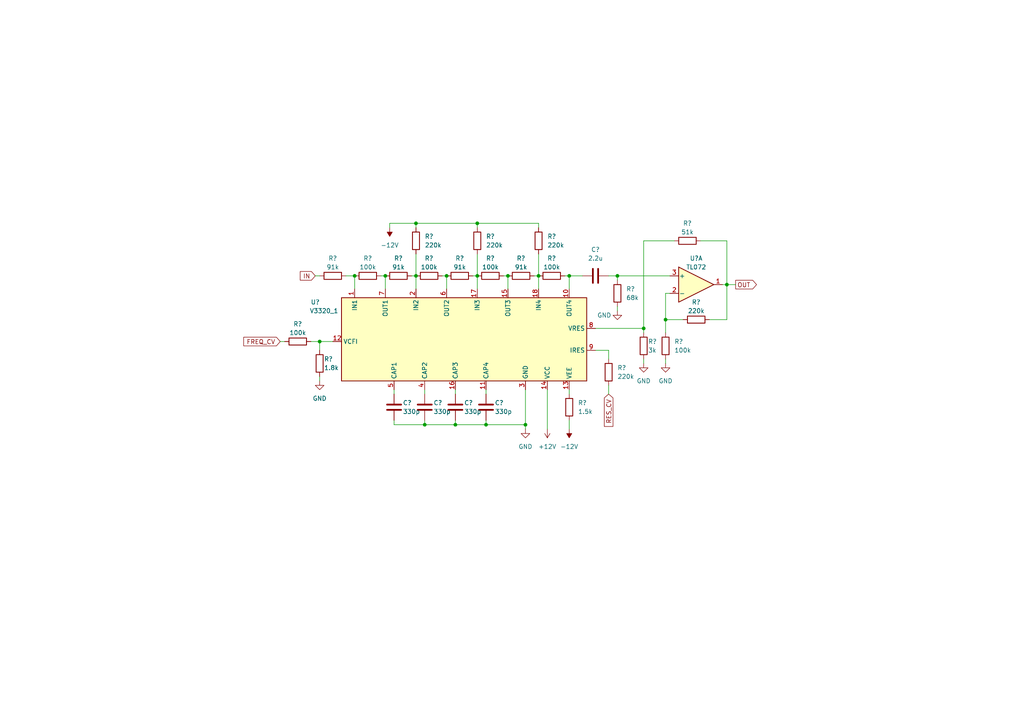
<source format=kicad_sch>
(kicad_sch (version 20211123) (generator eeschema)

  (uuid d881bdf2-1391-49ed-a27c-945d669cb988)

  (paper "A4")

  (title_block
    (title "3320LPF_Test1")
    (date "2022-09-25")
    (rev "Ver.1.0")
  )

  (lib_symbols
    (symbol "Amplifier_Operational:TL072" (pin_names (offset 0.127)) (in_bom yes) (on_board yes)
      (property "Reference" "U" (id 0) (at 0 5.08 0)
        (effects (font (size 1.27 1.27)) (justify left))
      )
      (property "Value" "TL072" (id 1) (at 0 -5.08 0)
        (effects (font (size 1.27 1.27)) (justify left))
      )
      (property "Footprint" "" (id 2) (at 0 0 0)
        (effects (font (size 1.27 1.27)) hide)
      )
      (property "Datasheet" "http://www.ti.com/lit/ds/symlink/tl071.pdf" (id 3) (at 0 0 0)
        (effects (font (size 1.27 1.27)) hide)
      )
      (property "ki_locked" "" (id 4) (at 0 0 0)
        (effects (font (size 1.27 1.27)))
      )
      (property "ki_keywords" "dual opamp" (id 5) (at 0 0 0)
        (effects (font (size 1.27 1.27)) hide)
      )
      (property "ki_description" "Dual Low-Noise JFET-Input Operational Amplifiers, DIP-8/SOIC-8" (id 6) (at 0 0 0)
        (effects (font (size 1.27 1.27)) hide)
      )
      (property "ki_fp_filters" "SOIC*3.9x4.9mm*P1.27mm* DIP*W7.62mm* TO*99* OnSemi*Micro8* TSSOP*3x3mm*P0.65mm* TSSOP*4.4x3mm*P0.65mm* MSOP*3x3mm*P0.65mm* SSOP*3.9x4.9mm*P0.635mm* LFCSP*2x2mm*P0.5mm* *SIP* SOIC*5.3x6.2mm*P1.27mm*" (id 7) (at 0 0 0)
        (effects (font (size 1.27 1.27)) hide)
      )
      (symbol "TL072_1_1"
        (polyline
          (pts
            (xy -5.08 5.08)
            (xy 5.08 0)
            (xy -5.08 -5.08)
            (xy -5.08 5.08)
          )
          (stroke (width 0.254) (type default) (color 0 0 0 0))
          (fill (type background))
        )
        (pin output line (at 7.62 0 180) (length 2.54)
          (name "~" (effects (font (size 1.27 1.27))))
          (number "1" (effects (font (size 1.27 1.27))))
        )
        (pin input line (at -7.62 -2.54 0) (length 2.54)
          (name "-" (effects (font (size 1.27 1.27))))
          (number "2" (effects (font (size 1.27 1.27))))
        )
        (pin input line (at -7.62 2.54 0) (length 2.54)
          (name "+" (effects (font (size 1.27 1.27))))
          (number "3" (effects (font (size 1.27 1.27))))
        )
      )
      (symbol "TL072_2_1"
        (polyline
          (pts
            (xy -5.08 5.08)
            (xy 5.08 0)
            (xy -5.08 -5.08)
            (xy -5.08 5.08)
          )
          (stroke (width 0.254) (type default) (color 0 0 0 0))
          (fill (type background))
        )
        (pin input line (at -7.62 2.54 0) (length 2.54)
          (name "+" (effects (font (size 1.27 1.27))))
          (number "5" (effects (font (size 1.27 1.27))))
        )
        (pin input line (at -7.62 -2.54 0) (length 2.54)
          (name "-" (effects (font (size 1.27 1.27))))
          (number "6" (effects (font (size 1.27 1.27))))
        )
        (pin output line (at 7.62 0 180) (length 2.54)
          (name "~" (effects (font (size 1.27 1.27))))
          (number "7" (effects (font (size 1.27 1.27))))
        )
      )
      (symbol "TL072_3_1"
        (pin power_in line (at -2.54 -7.62 90) (length 3.81)
          (name "V-" (effects (font (size 1.27 1.27))))
          (number "4" (effects (font (size 1.27 1.27))))
        )
        (pin power_in line (at -2.54 7.62 270) (length 3.81)
          (name "V+" (effects (font (size 1.27 1.27))))
          (number "8" (effects (font (size 1.27 1.27))))
        )
      )
    )
    (symbol "Device:C" (pin_numbers hide) (pin_names (offset 0.254)) (in_bom yes) (on_board yes)
      (property "Reference" "C" (id 0) (at 0.635 2.54 0)
        (effects (font (size 1.27 1.27)) (justify left))
      )
      (property "Value" "C" (id 1) (at 0.635 -2.54 0)
        (effects (font (size 1.27 1.27)) (justify left))
      )
      (property "Footprint" "" (id 2) (at 0.9652 -3.81 0)
        (effects (font (size 1.27 1.27)) hide)
      )
      (property "Datasheet" "~" (id 3) (at 0 0 0)
        (effects (font (size 1.27 1.27)) hide)
      )
      (property "ki_keywords" "cap capacitor" (id 4) (at 0 0 0)
        (effects (font (size 1.27 1.27)) hide)
      )
      (property "ki_description" "Unpolarized capacitor" (id 5) (at 0 0 0)
        (effects (font (size 1.27 1.27)) hide)
      )
      (property "ki_fp_filters" "C_*" (id 6) (at 0 0 0)
        (effects (font (size 1.27 1.27)) hide)
      )
      (symbol "C_0_1"
        (polyline
          (pts
            (xy -2.032 -0.762)
            (xy 2.032 -0.762)
          )
          (stroke (width 0.508) (type default) (color 0 0 0 0))
          (fill (type none))
        )
        (polyline
          (pts
            (xy -2.032 0.762)
            (xy 2.032 0.762)
          )
          (stroke (width 0.508) (type default) (color 0 0 0 0))
          (fill (type none))
        )
      )
      (symbol "C_1_1"
        (pin passive line (at 0 3.81 270) (length 2.794)
          (name "~" (effects (font (size 1.27 1.27))))
          (number "1" (effects (font (size 1.27 1.27))))
        )
        (pin passive line (at 0 -3.81 90) (length 2.794)
          (name "~" (effects (font (size 1.27 1.27))))
          (number "2" (effects (font (size 1.27 1.27))))
        )
      )
    )
    (symbol "Device:R" (pin_numbers hide) (pin_names (offset 0)) (in_bom yes) (on_board yes)
      (property "Reference" "R" (id 0) (at 2.032 0 90)
        (effects (font (size 1.27 1.27)))
      )
      (property "Value" "R" (id 1) (at 0 0 90)
        (effects (font (size 1.27 1.27)))
      )
      (property "Footprint" "" (id 2) (at -1.778 0 90)
        (effects (font (size 1.27 1.27)) hide)
      )
      (property "Datasheet" "~" (id 3) (at 0 0 0)
        (effects (font (size 1.27 1.27)) hide)
      )
      (property "ki_keywords" "R res resistor" (id 4) (at 0 0 0)
        (effects (font (size 1.27 1.27)) hide)
      )
      (property "ki_description" "Resistor" (id 5) (at 0 0 0)
        (effects (font (size 1.27 1.27)) hide)
      )
      (property "ki_fp_filters" "R_*" (id 6) (at 0 0 0)
        (effects (font (size 1.27 1.27)) hide)
      )
      (symbol "R_0_1"
        (rectangle (start -1.016 -2.54) (end 1.016 2.54)
          (stroke (width 0.254) (type default) (color 0 0 0 0))
          (fill (type none))
        )
      )
      (symbol "R_1_1"
        (pin passive line (at 0 3.81 270) (length 1.27)
          (name "~" (effects (font (size 1.27 1.27))))
          (number "1" (effects (font (size 1.27 1.27))))
        )
        (pin passive line (at 0 -3.81 90) (length 1.27)
          (name "~" (effects (font (size 1.27 1.27))))
          (number "2" (effects (font (size 1.27 1.27))))
        )
      )
    )
    (symbol "My_Device:V3320_1" (in_bom yes) (on_board yes)
      (property "Reference" "U" (id 0) (at -3.81 -1.27 0)
        (effects (font (size 1.27 1.27)))
      )
      (property "Value" "V3320_1" (id 1) (at 3.81 -26.67 0)
        (effects (font (size 1.27 1.27)))
      )
      (property "Footprint" "Package_DIP:DIP-18_W7.62mm" (id 2) (at 16.51 -36.83 0)
        (effects (font (size 1.27 1.27)) hide)
      )
      (property "Datasheet" "" (id 3) (at 34.29 -34.29 0)
        (effects (font (size 1.27 1.27)) hide)
      )
      (property "ki_keywords" "VCF CEM3320 ALFA" (id 4) (at 0 0 0)
        (effects (font (size 1.27 1.27)) hide)
      )
      (property "ki_description" "Voltage Controlled Filter (VCF), DIP-18" (id 5) (at 0 0 0)
        (effects (font (size 1.27 1.27)) hide)
      )
      (property "ki_fp_filters" "DIP*W7.62mm*" (id 6) (at 0 0 0)
        (effects (font (size 1.27 1.27)) hide)
      )
      (symbol "V3320_1_0_1"
        (rectangle (start 0 0) (end 71.12 -24.13)
          (stroke (width 0.254) (type default) (color 0 0 0 0))
          (fill (type background))
        )
      )
      (symbol "V3320_1_1_1"
        (pin input line (at 3.81 2.54 270) (length 2.54)
          (name "IN1" (effects (font (size 1.27 1.27))))
          (number "1" (effects (font (size 1.27 1.27))))
        )
        (pin output line (at 66.04 2.54 270) (length 2.54)
          (name "OUT4" (effects (font (size 1.27 1.27))))
          (number "10" (effects (font (size 1.27 1.27))))
        )
        (pin passive line (at 41.91 -26.67 90) (length 2.54)
          (name "CAP4" (effects (font (size 1.27 1.27))))
          (number "11" (effects (font (size 1.27 1.27))))
        )
        (pin input line (at -2.54 -12.7 0) (length 2.54)
          (name "VCFI" (effects (font (size 1.27 1.27))))
          (number "12" (effects (font (size 1.27 1.27))))
        )
        (pin power_in line (at 66.04 -26.67 90) (length 2.54)
          (name "VEE" (effects (font (size 1.27 1.27))))
          (number "13" (effects (font (size 1.27 1.27))))
        )
        (pin power_in line (at 59.69 -26.67 90) (length 2.54)
          (name "VCC" (effects (font (size 1.27 1.27))))
          (number "14" (effects (font (size 1.27 1.27))))
        )
        (pin output line (at 48.26 2.54 270) (length 2.54)
          (name "OUT3" (effects (font (size 1.27 1.27))))
          (number "15" (effects (font (size 1.27 1.27))))
        )
        (pin passive line (at 33.02 -26.67 90) (length 2.54)
          (name "CAP3" (effects (font (size 1.27 1.27))))
          (number "16" (effects (font (size 1.27 1.27))))
        )
        (pin input line (at 39.37 2.54 270) (length 2.54)
          (name "IN3" (effects (font (size 1.27 1.27))))
          (number "17" (effects (font (size 1.27 1.27))))
        )
        (pin input line (at 57.15 2.54 270) (length 2.54)
          (name "IN4" (effects (font (size 1.27 1.27))))
          (number "18" (effects (font (size 1.27 1.27))))
        )
        (pin input line (at 21.59 2.54 270) (length 2.54)
          (name "IN2" (effects (font (size 1.27 1.27))))
          (number "2" (effects (font (size 1.27 1.27))))
        )
        (pin power_in line (at 53.34 -26.67 90) (length 2.54)
          (name "GND" (effects (font (size 1.27 1.27))))
          (number "3" (effects (font (size 1.27 1.27))))
        )
        (pin passive line (at 24.13 -26.67 90) (length 2.54)
          (name "CAP2" (effects (font (size 1.27 1.27))))
          (number "4" (effects (font (size 1.27 1.27))))
        )
        (pin passive line (at 15.24 -26.67 90) (length 2.54)
          (name "CAP1" (effects (font (size 1.27 1.27))))
          (number "5" (effects (font (size 1.27 1.27))))
        )
        (pin output line (at 30.48 2.54 270) (length 2.54)
          (name "OUT2" (effects (font (size 1.27 1.27))))
          (number "6" (effects (font (size 1.27 1.27))))
        )
        (pin output line (at 12.7 2.54 270) (length 2.54)
          (name "OUT1" (effects (font (size 1.27 1.27))))
          (number "7" (effects (font (size 1.27 1.27))))
        )
        (pin input line (at 73.66 -8.89 180) (length 2.54)
          (name "VRES" (effects (font (size 1.27 1.27))))
          (number "8" (effects (font (size 1.27 1.27))))
        )
        (pin input line (at 73.66 -15.24 180) (length 2.54)
          (name "IRES" (effects (font (size 1.27 1.27))))
          (number "9" (effects (font (size 1.27 1.27))))
        )
      )
    )
    (symbol "power:+12V" (power) (pin_names (offset 0)) (in_bom yes) (on_board yes)
      (property "Reference" "#PWR" (id 0) (at 0 -3.81 0)
        (effects (font (size 1.27 1.27)) hide)
      )
      (property "Value" "+12V" (id 1) (at 0 3.556 0)
        (effects (font (size 1.27 1.27)))
      )
      (property "Footprint" "" (id 2) (at 0 0 0)
        (effects (font (size 1.27 1.27)) hide)
      )
      (property "Datasheet" "" (id 3) (at 0 0 0)
        (effects (font (size 1.27 1.27)) hide)
      )
      (property "ki_keywords" "power-flag" (id 4) (at 0 0 0)
        (effects (font (size 1.27 1.27)) hide)
      )
      (property "ki_description" "Power symbol creates a global label with name \"+12V\"" (id 5) (at 0 0 0)
        (effects (font (size 1.27 1.27)) hide)
      )
      (symbol "+12V_0_1"
        (polyline
          (pts
            (xy -0.762 1.27)
            (xy 0 2.54)
          )
          (stroke (width 0) (type default) (color 0 0 0 0))
          (fill (type none))
        )
        (polyline
          (pts
            (xy 0 0)
            (xy 0 2.54)
          )
          (stroke (width 0) (type default) (color 0 0 0 0))
          (fill (type none))
        )
        (polyline
          (pts
            (xy 0 2.54)
            (xy 0.762 1.27)
          )
          (stroke (width 0) (type default) (color 0 0 0 0))
          (fill (type none))
        )
      )
      (symbol "+12V_1_1"
        (pin power_in line (at 0 0 90) (length 0) hide
          (name "+12V" (effects (font (size 1.27 1.27))))
          (number "1" (effects (font (size 1.27 1.27))))
        )
      )
    )
    (symbol "power:-12V" (power) (pin_names (offset 0)) (in_bom yes) (on_board yes)
      (property "Reference" "#PWR" (id 0) (at 0 2.54 0)
        (effects (font (size 1.27 1.27)) hide)
      )
      (property "Value" "-12V" (id 1) (at 0 3.81 0)
        (effects (font (size 1.27 1.27)))
      )
      (property "Footprint" "" (id 2) (at 0 0 0)
        (effects (font (size 1.27 1.27)) hide)
      )
      (property "Datasheet" "" (id 3) (at 0 0 0)
        (effects (font (size 1.27 1.27)) hide)
      )
      (property "ki_keywords" "power-flag" (id 4) (at 0 0 0)
        (effects (font (size 1.27 1.27)) hide)
      )
      (property "ki_description" "Power symbol creates a global label with name \"-12V\"" (id 5) (at 0 0 0)
        (effects (font (size 1.27 1.27)) hide)
      )
      (symbol "-12V_0_0"
        (pin power_in line (at 0 0 90) (length 0) hide
          (name "-12V" (effects (font (size 1.27 1.27))))
          (number "1" (effects (font (size 1.27 1.27))))
        )
      )
      (symbol "-12V_0_1"
        (polyline
          (pts
            (xy 0 0)
            (xy 0 1.27)
            (xy 0.762 1.27)
            (xy 0 2.54)
            (xy -0.762 1.27)
            (xy 0 1.27)
          )
          (stroke (width 0) (type default) (color 0 0 0 0))
          (fill (type outline))
        )
      )
    )
    (symbol "power:GND" (power) (pin_names (offset 0)) (in_bom yes) (on_board yes)
      (property "Reference" "#PWR" (id 0) (at 0 -6.35 0)
        (effects (font (size 1.27 1.27)) hide)
      )
      (property "Value" "GND" (id 1) (at 0 -3.81 0)
        (effects (font (size 1.27 1.27)))
      )
      (property "Footprint" "" (id 2) (at 0 0 0)
        (effects (font (size 1.27 1.27)) hide)
      )
      (property "Datasheet" "" (id 3) (at 0 0 0)
        (effects (font (size 1.27 1.27)) hide)
      )
      (property "ki_keywords" "power-flag" (id 4) (at 0 0 0)
        (effects (font (size 1.27 1.27)) hide)
      )
      (property "ki_description" "Power symbol creates a global label with name \"GND\" , ground" (id 5) (at 0 0 0)
        (effects (font (size 1.27 1.27)) hide)
      )
      (symbol "GND_0_1"
        (polyline
          (pts
            (xy 0 0)
            (xy 0 -1.27)
            (xy 1.27 -1.27)
            (xy 0 -2.54)
            (xy -1.27 -1.27)
            (xy 0 -1.27)
          )
          (stroke (width 0) (type default) (color 0 0 0 0))
          (fill (type none))
        )
      )
      (symbol "GND_1_1"
        (pin power_in line (at 0 0 270) (length 0) hide
          (name "GND" (effects (font (size 1.27 1.27))))
          (number "1" (effects (font (size 1.27 1.27))))
        )
      )
    )
  )

  (junction (at 210.82 82.55) (diameter 0) (color 0 0 0 0)
    (uuid 01ec9174-bf79-4400-ac30-6f3c77cdaa84)
  )
  (junction (at 132.08 123.19) (diameter 0) (color 0 0 0 0)
    (uuid 0b31177c-834a-402a-9411-5388984c6471)
  )
  (junction (at 152.4 123.19) (diameter 0) (color 0 0 0 0)
    (uuid 144191c5-a673-4923-8c66-ebadd43b01e4)
  )
  (junction (at 179.07 80.01) (diameter 0) (color 0 0 0 0)
    (uuid 3d941ad8-1362-43f9-9ab8-05e18b7a13ea)
  )
  (junction (at 147.32 80.01) (diameter 0) (color 0 0 0 0)
    (uuid 588f2737-af6e-4417-98f6-c8f07929e6a0)
  )
  (junction (at 120.65 80.01) (diameter 0) (color 0 0 0 0)
    (uuid 5ac9f234-5cc0-413f-82a7-3b0c72830802)
  )
  (junction (at 120.65 64.77) (diameter 0) (color 0 0 0 0)
    (uuid 7745288b-6507-46ee-857f-4aacbc520d7b)
  )
  (junction (at 165.1 80.01) (diameter 0) (color 0 0 0 0)
    (uuid 7e5a9028-82ad-4105-b676-fbbd13442d99)
  )
  (junction (at 138.43 80.01) (diameter 0) (color 0 0 0 0)
    (uuid 9e29b9ec-5182-4865-8881-d7b2df0dabeb)
  )
  (junction (at 156.21 80.01) (diameter 0) (color 0 0 0 0)
    (uuid 9f5913d5-9725-4375-ac8d-3b2f948d8472)
  )
  (junction (at 123.19 123.19) (diameter 0) (color 0 0 0 0)
    (uuid acb086a3-a113-450b-8a09-9fe8fa3de94c)
  )
  (junction (at 186.69 95.25) (diameter 0) (color 0 0 0 0)
    (uuid af422292-3efc-464f-9cf6-24c551e5e52a)
  )
  (junction (at 138.43 64.77) (diameter 0) (color 0 0 0 0)
    (uuid c58f8683-6dd3-4ebf-8b45-1beaf34bfd02)
  )
  (junction (at 111.76 80.01) (diameter 0) (color 0 0 0 0)
    (uuid c668beb5-9905-4d35-bda4-93c95229dad5)
  )
  (junction (at 92.71 99.06) (diameter 0) (color 0 0 0 0)
    (uuid cb8f5a61-f28e-43c8-8917-337b30e7075a)
  )
  (junction (at 140.97 123.19) (diameter 0) (color 0 0 0 0)
    (uuid d23eaa37-2a63-47cf-a412-d3f79929c9b4)
  )
  (junction (at 102.87 80.01) (diameter 0) (color 0 0 0 0)
    (uuid d82a9a22-cb0e-4807-ac51-faa74e87b212)
  )
  (junction (at 193.04 92.71) (diameter 0) (color 0 0 0 0)
    (uuid eb1a290e-4b97-4be2-8c12-37d0d5a0e6c9)
  )
  (junction (at 129.54 80.01) (diameter 0) (color 0 0 0 0)
    (uuid f1d55bc7-2d29-45bc-9271-917957b093a2)
  )

  (wire (pts (xy 140.97 113.03) (xy 140.97 114.3))
    (stroke (width 0) (type default) (color 0 0 0 0))
    (uuid 03473ce5-1e48-4a84-9e16-cae275c89a08)
  )
  (wire (pts (xy 186.69 104.14) (xy 186.69 105.41))
    (stroke (width 0) (type default) (color 0 0 0 0))
    (uuid 0ee954c6-6b3e-42ef-a16a-ea0959614258)
  )
  (wire (pts (xy 210.82 92.71) (xy 210.82 82.55))
    (stroke (width 0) (type default) (color 0 0 0 0))
    (uuid 115ea65c-5051-40b6-bc79-366f8bd524b8)
  )
  (wire (pts (xy 179.07 80.01) (xy 179.07 81.28))
    (stroke (width 0) (type default) (color 0 0 0 0))
    (uuid 1512a5f7-4060-4883-8cd3-e9fc2e59dbb2)
  )
  (wire (pts (xy 120.65 80.01) (xy 120.65 83.82))
    (stroke (width 0) (type default) (color 0 0 0 0))
    (uuid 1a12a813-bf7e-444d-a4a6-6a2b443a6efd)
  )
  (wire (pts (xy 165.1 113.03) (xy 165.1 114.3))
    (stroke (width 0) (type default) (color 0 0 0 0))
    (uuid 1eec6d48-7401-4ed3-9741-0cb4b9037306)
  )
  (wire (pts (xy 138.43 64.77) (xy 138.43 66.04))
    (stroke (width 0) (type default) (color 0 0 0 0))
    (uuid 23722e3c-f741-488f-93fd-789744d7816c)
  )
  (wire (pts (xy 138.43 73.66) (xy 138.43 80.01))
    (stroke (width 0) (type default) (color 0 0 0 0))
    (uuid 26360991-26e9-47c5-92b1-0e614011ca75)
  )
  (wire (pts (xy 129.54 80.01) (xy 129.54 83.82))
    (stroke (width 0) (type default) (color 0 0 0 0))
    (uuid 26d3f042-b0d0-4dda-8133-38af91f29e61)
  )
  (wire (pts (xy 113.03 64.77) (xy 120.65 64.77))
    (stroke (width 0) (type default) (color 0 0 0 0))
    (uuid 2c8b5f66-159d-422d-be07-7359c7cd479b)
  )
  (wire (pts (xy 92.71 109.22) (xy 92.71 110.49))
    (stroke (width 0) (type default) (color 0 0 0 0))
    (uuid 2e812e8c-da64-40fe-9576-3f4d28e6acdd)
  )
  (wire (pts (xy 203.2 69.85) (xy 210.82 69.85))
    (stroke (width 0) (type default) (color 0 0 0 0))
    (uuid 2fb20b39-c624-436c-8a9f-639daa2ca19f)
  )
  (wire (pts (xy 186.69 95.25) (xy 186.69 96.52))
    (stroke (width 0) (type default) (color 0 0 0 0))
    (uuid 30891bc0-a247-4295-81dc-6b532b197440)
  )
  (wire (pts (xy 123.19 121.92) (xy 123.19 123.19))
    (stroke (width 0) (type default) (color 0 0 0 0))
    (uuid 37042fd6-4628-4ab0-ae23-d01239216011)
  )
  (wire (pts (xy 140.97 121.92) (xy 140.97 123.19))
    (stroke (width 0) (type default) (color 0 0 0 0))
    (uuid 38f76aeb-c4e5-45a5-86b4-b8c806565cd3)
  )
  (wire (pts (xy 92.71 99.06) (xy 96.52 99.06))
    (stroke (width 0) (type default) (color 0 0 0 0))
    (uuid 3d02cb9c-0e71-4ee5-8ea0-f00a37229fd5)
  )
  (wire (pts (xy 186.69 95.25) (xy 186.69 69.85))
    (stroke (width 0) (type default) (color 0 0 0 0))
    (uuid 3f84c3cb-ccaf-467d-b109-5a711f181b23)
  )
  (wire (pts (xy 132.08 121.92) (xy 132.08 123.19))
    (stroke (width 0) (type default) (color 0 0 0 0))
    (uuid 41088738-4df6-4799-a4aa-9d6c6f5f20e9)
  )
  (wire (pts (xy 193.04 92.71) (xy 198.12 92.71))
    (stroke (width 0) (type default) (color 0 0 0 0))
    (uuid 42adac5b-74b3-440a-8304-9d80329bd9b7)
  )
  (wire (pts (xy 179.07 80.01) (xy 194.31 80.01))
    (stroke (width 0) (type default) (color 0 0 0 0))
    (uuid 430e35c6-dc4f-4a30-8190-a8a54cec63cf)
  )
  (wire (pts (xy 194.31 85.09) (xy 193.04 85.09))
    (stroke (width 0) (type default) (color 0 0 0 0))
    (uuid 467a271f-9775-41c4-8468-8ff1a383dc3a)
  )
  (wire (pts (xy 100.33 80.01) (xy 102.87 80.01))
    (stroke (width 0) (type default) (color 0 0 0 0))
    (uuid 469ae350-880c-43fa-8bf6-459824f08148)
  )
  (wire (pts (xy 172.72 95.25) (xy 186.69 95.25))
    (stroke (width 0) (type default) (color 0 0 0 0))
    (uuid 473670c1-ea87-4a16-83ac-c24cffa076e2)
  )
  (wire (pts (xy 111.76 80.01) (xy 111.76 83.82))
    (stroke (width 0) (type default) (color 0 0 0 0))
    (uuid 476c905c-68da-47f2-b2ae-3362097b8f6f)
  )
  (wire (pts (xy 132.08 113.03) (xy 132.08 114.3))
    (stroke (width 0) (type default) (color 0 0 0 0))
    (uuid 4b8ad98c-b0fc-434c-8fba-90149a988d66)
  )
  (wire (pts (xy 123.19 113.03) (xy 123.19 114.3))
    (stroke (width 0) (type default) (color 0 0 0 0))
    (uuid 50a13711-5044-490a-8094-a6c0e93d6547)
  )
  (wire (pts (xy 163.83 80.01) (xy 165.1 80.01))
    (stroke (width 0) (type default) (color 0 0 0 0))
    (uuid 53185fcc-71ef-48ba-b9b1-dc09df3e4b21)
  )
  (wire (pts (xy 165.1 121.92) (xy 165.1 124.46))
    (stroke (width 0) (type default) (color 0 0 0 0))
    (uuid 542d80e7-1076-4411-86df-5097f68d3b89)
  )
  (wire (pts (xy 205.74 92.71) (xy 210.82 92.71))
    (stroke (width 0) (type default) (color 0 0 0 0))
    (uuid 55dada60-7525-477a-9a4d-35abf53b6bff)
  )
  (wire (pts (xy 91.44 80.01) (xy 92.71 80.01))
    (stroke (width 0) (type default) (color 0 0 0 0))
    (uuid 5cdc5a62-5be1-4904-87a7-9032b8f65243)
  )
  (wire (pts (xy 114.3 121.92) (xy 114.3 123.19))
    (stroke (width 0) (type default) (color 0 0 0 0))
    (uuid 6146045b-750c-4b3a-a68d-422d2256ef1a)
  )
  (wire (pts (xy 120.65 66.04) (xy 120.65 64.77))
    (stroke (width 0) (type default) (color 0 0 0 0))
    (uuid 617c1400-9339-423b-b380-d1199f0d105b)
  )
  (wire (pts (xy 176.53 80.01) (xy 179.07 80.01))
    (stroke (width 0) (type default) (color 0 0 0 0))
    (uuid 6783ea61-fe32-43f7-881b-94504f770cb1)
  )
  (wire (pts (xy 156.21 80.01) (xy 156.21 83.82))
    (stroke (width 0) (type default) (color 0 0 0 0))
    (uuid 69b7ff57-d632-4729-becc-a19ad57f1704)
  )
  (wire (pts (xy 113.03 66.04) (xy 113.03 64.77))
    (stroke (width 0) (type default) (color 0 0 0 0))
    (uuid 6c6053c9-b0b9-4089-a192-16c11216c978)
  )
  (wire (pts (xy 140.97 123.19) (xy 152.4 123.19))
    (stroke (width 0) (type default) (color 0 0 0 0))
    (uuid 6d132c21-95d1-4211-80b2-27b15d2852f4)
  )
  (wire (pts (xy 132.08 123.19) (xy 140.97 123.19))
    (stroke (width 0) (type default) (color 0 0 0 0))
    (uuid 6f39cea3-5d55-4452-86f7-ff0ede6b16a6)
  )
  (wire (pts (xy 152.4 123.19) (xy 152.4 124.46))
    (stroke (width 0) (type default) (color 0 0 0 0))
    (uuid 7e819b1e-d5d2-4270-b7eb-5ed36220e6da)
  )
  (wire (pts (xy 92.71 99.06) (xy 92.71 101.6))
    (stroke (width 0) (type default) (color 0 0 0 0))
    (uuid 7ea1250e-ed0b-4217-9ebb-65861902f3f7)
  )
  (wire (pts (xy 172.72 101.6) (xy 176.53 101.6))
    (stroke (width 0) (type default) (color 0 0 0 0))
    (uuid 801742ec-2191-456d-a0a9-ff981a1b3731)
  )
  (wire (pts (xy 119.38 80.01) (xy 120.65 80.01))
    (stroke (width 0) (type default) (color 0 0 0 0))
    (uuid 86c61b43-01e9-43b0-9952-579ff6f377a7)
  )
  (wire (pts (xy 120.65 64.77) (xy 138.43 64.77))
    (stroke (width 0) (type default) (color 0 0 0 0))
    (uuid 883381cd-bd48-4123-aedf-789929ae781e)
  )
  (wire (pts (xy 114.3 123.19) (xy 123.19 123.19))
    (stroke (width 0) (type default) (color 0 0 0 0))
    (uuid 8b100a40-c40d-4850-a1ab-fc31992d454a)
  )
  (wire (pts (xy 193.04 104.14) (xy 193.04 105.41))
    (stroke (width 0) (type default) (color 0 0 0 0))
    (uuid 8db3c2c5-d5fc-4fb1-94e3-289f11a3508a)
  )
  (wire (pts (xy 193.04 85.09) (xy 193.04 92.71))
    (stroke (width 0) (type default) (color 0 0 0 0))
    (uuid 91d69ad0-c846-4ca6-8432-93bc441e49a2)
  )
  (wire (pts (xy 179.07 88.9) (xy 179.07 90.17))
    (stroke (width 0) (type default) (color 0 0 0 0))
    (uuid 93443c5b-63b9-45e6-875a-6492b013c07c)
  )
  (wire (pts (xy 120.65 73.66) (xy 120.65 80.01))
    (stroke (width 0) (type default) (color 0 0 0 0))
    (uuid 9452471a-7a1b-4d83-928d-b1302d6f4614)
  )
  (wire (pts (xy 165.1 80.01) (xy 168.91 80.01))
    (stroke (width 0) (type default) (color 0 0 0 0))
    (uuid 94b8d91e-9401-4363-b866-9ad8bc2fb812)
  )
  (wire (pts (xy 156.21 73.66) (xy 156.21 80.01))
    (stroke (width 0) (type default) (color 0 0 0 0))
    (uuid 9e290468-a4c2-4873-b402-0fab78bc7497)
  )
  (wire (pts (xy 123.19 123.19) (xy 132.08 123.19))
    (stroke (width 0) (type default) (color 0 0 0 0))
    (uuid ab27ce96-354e-49e3-b8a3-4197eef4b4be)
  )
  (wire (pts (xy 138.43 80.01) (xy 138.43 83.82))
    (stroke (width 0) (type default) (color 0 0 0 0))
    (uuid ac710a96-9ab8-4ce3-90be-f8746b6cb1b9)
  )
  (wire (pts (xy 110.49 80.01) (xy 111.76 80.01))
    (stroke (width 0) (type default) (color 0 0 0 0))
    (uuid ae8267f4-d969-4eec-9ae0-f5f340e893f1)
  )
  (wire (pts (xy 210.82 82.55) (xy 213.36 82.55))
    (stroke (width 0) (type default) (color 0 0 0 0))
    (uuid b167e084-1a4f-469c-a8d6-3cf0f0dd1cca)
  )
  (wire (pts (xy 193.04 92.71) (xy 193.04 96.52))
    (stroke (width 0) (type default) (color 0 0 0 0))
    (uuid b1de46ad-9a77-4798-852e-6a1327eeeff0)
  )
  (wire (pts (xy 137.16 80.01) (xy 138.43 80.01))
    (stroke (width 0) (type default) (color 0 0 0 0))
    (uuid b610ac77-5340-4774-96d5-3e8aedebf3ee)
  )
  (wire (pts (xy 156.21 64.77) (xy 156.21 66.04))
    (stroke (width 0) (type default) (color 0 0 0 0))
    (uuid b97b7a77-f9b6-449d-9554-a0fe25af55ac)
  )
  (wire (pts (xy 176.53 111.76) (xy 176.53 114.3))
    (stroke (width 0) (type default) (color 0 0 0 0))
    (uuid bbf2338a-cf08-47ec-82e9-b3cb73890f32)
  )
  (wire (pts (xy 154.94 80.01) (xy 156.21 80.01))
    (stroke (width 0) (type default) (color 0 0 0 0))
    (uuid c239c0e4-f799-4196-9fa6-ecb264c38883)
  )
  (wire (pts (xy 158.75 113.03) (xy 158.75 124.46))
    (stroke (width 0) (type default) (color 0 0 0 0))
    (uuid c2b5dccd-f057-4d35-9edf-96169756c837)
  )
  (wire (pts (xy 176.53 101.6) (xy 176.53 104.14))
    (stroke (width 0) (type default) (color 0 0 0 0))
    (uuid ccacb371-ee13-4782-a388-f5dca23c5026)
  )
  (wire (pts (xy 81.28 99.06) (xy 82.55 99.06))
    (stroke (width 0) (type default) (color 0 0 0 0))
    (uuid d407dfc7-e051-482f-9720-38ac0abf3279)
  )
  (wire (pts (xy 90.17 99.06) (xy 92.71 99.06))
    (stroke (width 0) (type default) (color 0 0 0 0))
    (uuid df5dc332-5196-40eb-8bc4-91c021905c51)
  )
  (wire (pts (xy 210.82 69.85) (xy 210.82 82.55))
    (stroke (width 0) (type default) (color 0 0 0 0))
    (uuid e12699b7-8cf2-498e-ba87-5733617ba158)
  )
  (wire (pts (xy 209.55 82.55) (xy 210.82 82.55))
    (stroke (width 0) (type default) (color 0 0 0 0))
    (uuid e27069f9-06e2-4935-8ba6-e3072010c752)
  )
  (wire (pts (xy 114.3 113.03) (xy 114.3 114.3))
    (stroke (width 0) (type default) (color 0 0 0 0))
    (uuid e2bec55c-1e7e-4bd3-a77e-c1bcba605ee6)
  )
  (wire (pts (xy 102.87 80.01) (xy 102.87 83.82))
    (stroke (width 0) (type default) (color 0 0 0 0))
    (uuid e2fb4c74-0562-4f97-b9e0-ba15ee92c1f1)
  )
  (wire (pts (xy 138.43 64.77) (xy 156.21 64.77))
    (stroke (width 0) (type default) (color 0 0 0 0))
    (uuid e48c35ff-cbfb-46d5-919d-36f78c7e8f43)
  )
  (wire (pts (xy 186.69 69.85) (xy 195.58 69.85))
    (stroke (width 0) (type default) (color 0 0 0 0))
    (uuid e73eede9-984f-4d97-92f7-0a8242613003)
  )
  (wire (pts (xy 128.27 80.01) (xy 129.54 80.01))
    (stroke (width 0) (type default) (color 0 0 0 0))
    (uuid e7ec97ed-3f59-458e-8374-8ab55624cfc5)
  )
  (wire (pts (xy 147.32 80.01) (xy 147.32 83.82))
    (stroke (width 0) (type default) (color 0 0 0 0))
    (uuid e8e1ee94-b1eb-45d2-a757-435a461f93df)
  )
  (wire (pts (xy 165.1 80.01) (xy 165.1 83.82))
    (stroke (width 0) (type default) (color 0 0 0 0))
    (uuid efc6bef2-ceb2-4eff-9e40-950bd0ccf7b7)
  )
  (wire (pts (xy 146.05 80.01) (xy 147.32 80.01))
    (stroke (width 0) (type default) (color 0 0 0 0))
    (uuid f61427dd-ca0c-4ba9-9267-1377d45eb33c)
  )
  (wire (pts (xy 152.4 113.03) (xy 152.4 123.19))
    (stroke (width 0) (type default) (color 0 0 0 0))
    (uuid fc407349-acf8-4a6b-bb68-78e456fdfa31)
  )

  (global_label "RES_CV" (shape input) (at 176.53 114.3 270) (fields_autoplaced)
    (effects (font (size 1.27 1.27)) (justify right))
    (uuid 18a13e82-8ef7-4f25-9619-b6e7e1587b86)
    (property "Intersheet References" "${INTERSHEET_REFS}" (id 0) (at 176.4506 123.6679 90)
      (effects (font (size 1.27 1.27)) (justify right) hide)
    )
  )
  (global_label "OUT" (shape output) (at 213.36 82.55 0) (fields_autoplaced)
    (effects (font (size 1.27 1.27)) (justify left))
    (uuid 2580f325-4c2d-4896-9a57-2df7ab811b3d)
    (property "Intersheet References" "${INTERSHEET_REFS}" (id 0) (at 219.4017 82.4706 0)
      (effects (font (size 1.27 1.27)) (justify left) hide)
    )
  )
  (global_label "FREQ_CV" (shape input) (at 81.28 99.06 180) (fields_autoplaced)
    (effects (font (size 1.27 1.27)) (justify right))
    (uuid b1c232c3-deab-4e63-9cde-9320d9860678)
    (property "Intersheet References" "${INTERSHEET_REFS}" (id 0) (at 70.7026 98.9806 0)
      (effects (font (size 1.27 1.27)) (justify right) hide)
    )
  )
  (global_label "IN" (shape input) (at 91.44 80.01 180) (fields_autoplaced)
    (effects (font (size 1.27 1.27)) (justify right))
    (uuid f4645274-ea36-4dcc-9c9c-bc56731c9b54)
    (property "Intersheet References" "${INTERSHEET_REFS}" (id 0) (at 87.0917 79.9306 0)
      (effects (font (size 1.27 1.27)) (justify right) hide)
    )
  )

  (symbol (lib_id "Device:R") (at 138.43 69.85 0) (unit 1)
    (in_bom yes) (on_board yes) (fields_autoplaced)
    (uuid 014f9687-5db9-4e36-81d9-db8a6c88c69e)
    (property "Reference" "R?" (id 0) (at 140.97 68.5799 0)
      (effects (font (size 1.27 1.27)) (justify left))
    )
    (property "Value" "220k" (id 1) (at 140.97 71.1199 0)
      (effects (font (size 1.27 1.27)) (justify left))
    )
    (property "Footprint" "" (id 2) (at 136.652 69.85 90)
      (effects (font (size 1.27 1.27)) hide)
    )
    (property "Datasheet" "~" (id 3) (at 138.43 69.85 0)
      (effects (font (size 1.27 1.27)) hide)
    )
    (pin "1" (uuid ea8b1908-8b9d-41ff-8151-ca4d2061605c))
    (pin "2" (uuid 0e64ac3a-1a04-4f82-bbe1-90a423501d7d))
  )

  (symbol (lib_id "Device:C") (at 140.97 118.11 0) (unit 1)
    (in_bom yes) (on_board yes)
    (uuid 01cb1962-01dc-409c-9625-f6226efe2307)
    (property "Reference" "C?" (id 0) (at 143.51 116.84 0)
      (effects (font (size 1.27 1.27)) (justify left))
    )
    (property "Value" "330p" (id 1) (at 143.51 119.38 0)
      (effects (font (size 1.27 1.27)) (justify left))
    )
    (property "Footprint" "" (id 2) (at 141.9352 121.92 0)
      (effects (font (size 1.27 1.27)) hide)
    )
    (property "Datasheet" "~" (id 3) (at 140.97 118.11 0)
      (effects (font (size 1.27 1.27)) hide)
    )
    (pin "1" (uuid ca2c7ca9-c3e8-4cba-ab69-eb3a85ea54c5))
    (pin "2" (uuid 7b700a31-acaa-4b2b-8fb7-ab20409f555c))
  )

  (symbol (lib_id "Device:R") (at 106.68 80.01 90) (unit 1)
    (in_bom yes) (on_board yes)
    (uuid 165c9f3d-7bce-439c-bd8f-693725205593)
    (property "Reference" "R?" (id 0) (at 106.68 74.93 90))
    (property "Value" "100k" (id 1) (at 106.68 77.47 90))
    (property "Footprint" "" (id 2) (at 106.68 81.788 90)
      (effects (font (size 1.27 1.27)) hide)
    )
    (property "Datasheet" "~" (id 3) (at 106.68 80.01 0)
      (effects (font (size 1.27 1.27)) hide)
    )
    (pin "1" (uuid f02c6088-85c8-42e4-8c82-3d31b25180ba))
    (pin "2" (uuid 2c3cc242-57e6-46c9-8381-7632b0c3da33))
  )

  (symbol (lib_id "Device:R") (at 201.93 92.71 90) (unit 1)
    (in_bom yes) (on_board yes)
    (uuid 1a1b7b5b-ef97-4408-b687-5584cbd24489)
    (property "Reference" "R?" (id 0) (at 201.93 87.63 90))
    (property "Value" "220k" (id 1) (at 201.93 90.17 90))
    (property "Footprint" "" (id 2) (at 201.93 94.488 90)
      (effects (font (size 1.27 1.27)) hide)
    )
    (property "Datasheet" "~" (id 3) (at 201.93 92.71 0)
      (effects (font (size 1.27 1.27)) hide)
    )
    (pin "1" (uuid 1a923bcb-fd18-4136-b5e3-31feda6216e9))
    (pin "2" (uuid a3119e0a-b545-4057-bccd-aecc27255190))
  )

  (symbol (lib_id "Device:R") (at 115.57 80.01 90) (unit 1)
    (in_bom yes) (on_board yes)
    (uuid 1c12f3f5-6a56-4701-b72d-5126b3558a6a)
    (property "Reference" "R?" (id 0) (at 115.57 74.93 90))
    (property "Value" "91k" (id 1) (at 115.57 77.47 90))
    (property "Footprint" "" (id 2) (at 115.57 81.788 90)
      (effects (font (size 1.27 1.27)) hide)
    )
    (property "Datasheet" "~" (id 3) (at 115.57 80.01 0)
      (effects (font (size 1.27 1.27)) hide)
    )
    (pin "1" (uuid 655a7732-7be2-43d9-ba9b-f12cb7a4f3f4))
    (pin "2" (uuid b249b470-0caf-4e38-ab61-c84046848a27))
  )

  (symbol (lib_id "Device:C") (at 172.72 80.01 90) (unit 1)
    (in_bom yes) (on_board yes) (fields_autoplaced)
    (uuid 1f80156e-dd3c-4404-b317-c1629863acb4)
    (property "Reference" "C?" (id 0) (at 172.72 72.39 90))
    (property "Value" "2.2u" (id 1) (at 172.72 74.93 90))
    (property "Footprint" "" (id 2) (at 176.53 79.0448 0)
      (effects (font (size 1.27 1.27)) hide)
    )
    (property "Datasheet" "~" (id 3) (at 172.72 80.01 0)
      (effects (font (size 1.27 1.27)) hide)
    )
    (pin "1" (uuid c76d1f60-2ff5-4700-8114-66bdb0e8c0fc))
    (pin "2" (uuid ed5a1dc5-b288-48c0-b8dc-1d9689a873db))
  )

  (symbol (lib_id "power:GND") (at 179.07 90.17 0) (unit 1)
    (in_bom yes) (on_board yes)
    (uuid 298269f7-fa97-482f-bcd1-a61dc28474b9)
    (property "Reference" "#PWR?" (id 0) (at 179.07 96.52 0)
      (effects (font (size 1.27 1.27)) hide)
    )
    (property "Value" "GND" (id 1) (at 175.26 91.44 0))
    (property "Footprint" "" (id 2) (at 179.07 90.17 0)
      (effects (font (size 1.27 1.27)) hide)
    )
    (property "Datasheet" "" (id 3) (at 179.07 90.17 0)
      (effects (font (size 1.27 1.27)) hide)
    )
    (pin "1" (uuid 154f81ed-1094-47b8-9beb-80da712be02b))
  )

  (symbol (lib_id "Device:R") (at 120.65 69.85 0) (unit 1)
    (in_bom yes) (on_board yes) (fields_autoplaced)
    (uuid 2a55f317-8ae7-4f7d-8b95-09790fca19fc)
    (property "Reference" "R?" (id 0) (at 123.19 68.5799 0)
      (effects (font (size 1.27 1.27)) (justify left))
    )
    (property "Value" "220k" (id 1) (at 123.19 71.1199 0)
      (effects (font (size 1.27 1.27)) (justify left))
    )
    (property "Footprint" "" (id 2) (at 118.872 69.85 90)
      (effects (font (size 1.27 1.27)) hide)
    )
    (property "Datasheet" "~" (id 3) (at 120.65 69.85 0)
      (effects (font (size 1.27 1.27)) hide)
    )
    (pin "1" (uuid 6e2a5c0d-9319-4050-935c-e46cfd371d69))
    (pin "2" (uuid 6eaa9a01-d1b8-45a7-9408-f3bd689f4980))
  )

  (symbol (lib_id "Device:R") (at 142.24 80.01 90) (unit 1)
    (in_bom yes) (on_board yes)
    (uuid 33987b59-b168-45e4-b188-74ae831c869b)
    (property "Reference" "R?" (id 0) (at 142.24 74.93 90))
    (property "Value" "100k" (id 1) (at 142.24 77.47 90))
    (property "Footprint" "" (id 2) (at 142.24 81.788 90)
      (effects (font (size 1.27 1.27)) hide)
    )
    (property "Datasheet" "~" (id 3) (at 142.24 80.01 0)
      (effects (font (size 1.27 1.27)) hide)
    )
    (pin "1" (uuid 22d48a61-c887-4da3-814c-00e980bbc8c3))
    (pin "2" (uuid d6b431c5-55b6-4bb6-85e6-2a5399bc2cf2))
  )

  (symbol (lib_id "Device:R") (at 165.1 118.11 0) (unit 1)
    (in_bom yes) (on_board yes) (fields_autoplaced)
    (uuid 3b4af96a-e2fc-4f4e-9d44-a6990dd2fdc0)
    (property "Reference" "R?" (id 0) (at 167.64 116.8399 0)
      (effects (font (size 1.27 1.27)) (justify left))
    )
    (property "Value" "1.5k" (id 1) (at 167.64 119.3799 0)
      (effects (font (size 1.27 1.27)) (justify left))
    )
    (property "Footprint" "" (id 2) (at 163.322 118.11 90)
      (effects (font (size 1.27 1.27)) hide)
    )
    (property "Datasheet" "~" (id 3) (at 165.1 118.11 0)
      (effects (font (size 1.27 1.27)) hide)
    )
    (pin "1" (uuid 7047c2c4-fe6a-42ca-a825-489a41c0f914))
    (pin "2" (uuid d49eed46-1155-4fc9-bd82-9bdd291dee7a))
  )

  (symbol (lib_id "Device:R") (at 176.53 107.95 0) (unit 1)
    (in_bom yes) (on_board yes) (fields_autoplaced)
    (uuid 3d8c7ae0-d8b6-4091-952b-42c0a339b5ce)
    (property "Reference" "R?" (id 0) (at 179.07 106.6799 0)
      (effects (font (size 1.27 1.27)) (justify left))
    )
    (property "Value" "220k" (id 1) (at 179.07 109.2199 0)
      (effects (font (size 1.27 1.27)) (justify left))
    )
    (property "Footprint" "" (id 2) (at 174.752 107.95 90)
      (effects (font (size 1.27 1.27)) hide)
    )
    (property "Datasheet" "~" (id 3) (at 176.53 107.95 0)
      (effects (font (size 1.27 1.27)) hide)
    )
    (pin "1" (uuid 41fc8aa1-0b0f-479d-af15-3110fb63f783))
    (pin "2" (uuid 78190ecc-339e-43a1-a2e3-4a873366ab7f))
  )

  (symbol (lib_id "Device:R") (at 160.02 80.01 90) (unit 1)
    (in_bom yes) (on_board yes)
    (uuid 45cbfe84-5503-40a4-a212-3b63dbb0cfed)
    (property "Reference" "R?" (id 0) (at 160.02 74.93 90))
    (property "Value" "100k" (id 1) (at 160.02 77.47 90))
    (property "Footprint" "" (id 2) (at 160.02 81.788 90)
      (effects (font (size 1.27 1.27)) hide)
    )
    (property "Datasheet" "~" (id 3) (at 160.02 80.01 0)
      (effects (font (size 1.27 1.27)) hide)
    )
    (pin "1" (uuid 2570a324-67ae-451f-bb7f-6a2851944bdd))
    (pin "2" (uuid 898920e5-64a3-4d65-97f6-fac78119da10))
  )

  (symbol (lib_id "power:GND") (at 193.04 105.41 0) (unit 1)
    (in_bom yes) (on_board yes) (fields_autoplaced)
    (uuid 45e4ef1b-6da5-40e4-baa9-9c374733d739)
    (property "Reference" "#PWR?" (id 0) (at 193.04 111.76 0)
      (effects (font (size 1.27 1.27)) hide)
    )
    (property "Value" "GND" (id 1) (at 193.04 110.49 0))
    (property "Footprint" "" (id 2) (at 193.04 105.41 0)
      (effects (font (size 1.27 1.27)) hide)
    )
    (property "Datasheet" "" (id 3) (at 193.04 105.41 0)
      (effects (font (size 1.27 1.27)) hide)
    )
    (pin "1" (uuid 6d4216f0-f8fc-4d40-829b-9fd55d1f3947))
  )

  (symbol (lib_id "Device:R") (at 86.36 99.06 90) (unit 1)
    (in_bom yes) (on_board yes)
    (uuid 496b1409-8b6c-4e02-bac6-56f7c573ac12)
    (property "Reference" "R?" (id 0) (at 86.36 93.98 90))
    (property "Value" "100k" (id 1) (at 86.36 96.52 90))
    (property "Footprint" "" (id 2) (at 86.36 100.838 90)
      (effects (font (size 1.27 1.27)) hide)
    )
    (property "Datasheet" "~" (id 3) (at 86.36 99.06 0)
      (effects (font (size 1.27 1.27)) hide)
    )
    (pin "1" (uuid 404c600f-70a8-4c1a-b86d-1d8376fed184))
    (pin "2" (uuid a8c31380-85d9-4d91-94ac-3bafbc7ebd44))
  )

  (symbol (lib_id "Device:R") (at 133.35 80.01 90) (unit 1)
    (in_bom yes) (on_board yes)
    (uuid 54f2c3ce-92ee-44fe-9672-e938daaa2765)
    (property "Reference" "R?" (id 0) (at 133.35 74.93 90))
    (property "Value" "91k" (id 1) (at 133.35 77.47 90))
    (property "Footprint" "" (id 2) (at 133.35 81.788 90)
      (effects (font (size 1.27 1.27)) hide)
    )
    (property "Datasheet" "~" (id 3) (at 133.35 80.01 0)
      (effects (font (size 1.27 1.27)) hide)
    )
    (pin "1" (uuid 6144114a-756a-47fa-8cd1-f548893e91d7))
    (pin "2" (uuid 82f33666-0ddd-4c1e-9501-de4b8a768ca8))
  )

  (symbol (lib_id "Device:R") (at 186.69 100.33 0) (unit 1)
    (in_bom yes) (on_board yes)
    (uuid 5f58c4ce-4673-47c6-9dbf-caa270864ff4)
    (property "Reference" "R?" (id 0) (at 187.96 99.06 0)
      (effects (font (size 1.27 1.27)) (justify left))
    )
    (property "Value" "3k" (id 1) (at 187.96 101.6 0)
      (effects (font (size 1.27 1.27)) (justify left))
    )
    (property "Footprint" "" (id 2) (at 184.912 100.33 90)
      (effects (font (size 1.27 1.27)) hide)
    )
    (property "Datasheet" "~" (id 3) (at 186.69 100.33 0)
      (effects (font (size 1.27 1.27)) hide)
    )
    (pin "1" (uuid 64f260c4-134c-48d3-aebe-866ead19513a))
    (pin "2" (uuid 4f647721-1d4b-49b3-8ebe-72f2c7eb3dee))
  )

  (symbol (lib_id "Device:R") (at 151.13 80.01 90) (unit 1)
    (in_bom yes) (on_board yes)
    (uuid 89eeffee-d2f3-4094-be4c-58386ae595c5)
    (property "Reference" "R?" (id 0) (at 151.13 74.93 90))
    (property "Value" "91k" (id 1) (at 151.13 77.47 90))
    (property "Footprint" "" (id 2) (at 151.13 81.788 90)
      (effects (font (size 1.27 1.27)) hide)
    )
    (property "Datasheet" "~" (id 3) (at 151.13 80.01 0)
      (effects (font (size 1.27 1.27)) hide)
    )
    (pin "1" (uuid 21adc4c7-8292-4689-9784-342b84ee2808))
    (pin "2" (uuid 5e2ecc5a-d858-492b-aada-b3f2d3b236b2))
  )

  (symbol (lib_id "Device:R") (at 193.04 100.33 0) (unit 1)
    (in_bom yes) (on_board yes) (fields_autoplaced)
    (uuid 8a31c944-4873-4167-9ddf-9a2534e6c00b)
    (property "Reference" "R?" (id 0) (at 195.58 99.0599 0)
      (effects (font (size 1.27 1.27)) (justify left))
    )
    (property "Value" "100k" (id 1) (at 195.58 101.5999 0)
      (effects (font (size 1.27 1.27)) (justify left))
    )
    (property "Footprint" "" (id 2) (at 191.262 100.33 90)
      (effects (font (size 1.27 1.27)) hide)
    )
    (property "Datasheet" "~" (id 3) (at 193.04 100.33 0)
      (effects (font (size 1.27 1.27)) hide)
    )
    (pin "1" (uuid 12fbb62e-df8f-4e6a-b9e3-18c695e95b12))
    (pin "2" (uuid 5ce8a148-b105-4adb-b102-c23b5a1c1067))
  )

  (symbol (lib_id "Device:C") (at 132.08 118.11 0) (unit 1)
    (in_bom yes) (on_board yes)
    (uuid 8eb335b5-a5c1-474e-988e-571f92781e3b)
    (property "Reference" "C?" (id 0) (at 134.62 116.84 0)
      (effects (font (size 1.27 1.27)) (justify left))
    )
    (property "Value" "330p" (id 1) (at 134.62 119.38 0)
      (effects (font (size 1.27 1.27)) (justify left))
    )
    (property "Footprint" "" (id 2) (at 133.0452 121.92 0)
      (effects (font (size 1.27 1.27)) hide)
    )
    (property "Datasheet" "~" (id 3) (at 132.08 118.11 0)
      (effects (font (size 1.27 1.27)) hide)
    )
    (pin "1" (uuid 5921c939-18b6-40a3-8237-0e9d6e74b118))
    (pin "2" (uuid 9156d16c-e925-47e0-b85c-dd1a1e9991ce))
  )

  (symbol (lib_id "power:-12V") (at 113.03 66.04 180) (unit 1)
    (in_bom yes) (on_board yes) (fields_autoplaced)
    (uuid a207c9c5-d5ee-48b1-b065-ef940c017f88)
    (property "Reference" "#PWR?" (id 0) (at 113.03 68.58 0)
      (effects (font (size 1.27 1.27)) hide)
    )
    (property "Value" "-12V" (id 1) (at 113.03 71.12 0))
    (property "Footprint" "" (id 2) (at 113.03 66.04 0)
      (effects (font (size 1.27 1.27)) hide)
    )
    (property "Datasheet" "" (id 3) (at 113.03 66.04 0)
      (effects (font (size 1.27 1.27)) hide)
    )
    (pin "1" (uuid b6aae81a-02af-47c6-a6fb-be4e8ba1822e))
  )

  (symbol (lib_id "Device:R") (at 124.46 80.01 90) (unit 1)
    (in_bom yes) (on_board yes)
    (uuid a29d0974-8f39-41ae-a575-128406541cab)
    (property "Reference" "R?" (id 0) (at 124.46 74.93 90))
    (property "Value" "100k" (id 1) (at 124.46 77.47 90))
    (property "Footprint" "" (id 2) (at 124.46 81.788 90)
      (effects (font (size 1.27 1.27)) hide)
    )
    (property "Datasheet" "~" (id 3) (at 124.46 80.01 0)
      (effects (font (size 1.27 1.27)) hide)
    )
    (pin "1" (uuid 7474d3e7-55b4-4aef-a24e-dcec51c7bbae))
    (pin "2" (uuid 538d91be-3380-4aa4-9178-05dcd8d3f200))
  )

  (symbol (lib_id "power:+12V") (at 158.75 124.46 180) (unit 1)
    (in_bom yes) (on_board yes) (fields_autoplaced)
    (uuid a70634aa-5d7f-457b-afdf-73c38644e193)
    (property "Reference" "#PWR?" (id 0) (at 158.75 120.65 0)
      (effects (font (size 1.27 1.27)) hide)
    )
    (property "Value" "+12V" (id 1) (at 158.75 129.54 0))
    (property "Footprint" "" (id 2) (at 158.75 124.46 0)
      (effects (font (size 1.27 1.27)) hide)
    )
    (property "Datasheet" "" (id 3) (at 158.75 124.46 0)
      (effects (font (size 1.27 1.27)) hide)
    )
    (pin "1" (uuid 3c9c35df-870b-4fe8-aa35-477baec9f5cb))
  )

  (symbol (lib_id "Device:C") (at 123.19 118.11 0) (unit 1)
    (in_bom yes) (on_board yes)
    (uuid ae1002d0-9ee5-45a6-8be8-1f63608f7d8e)
    (property "Reference" "C?" (id 0) (at 125.73 116.84 0)
      (effects (font (size 1.27 1.27)) (justify left))
    )
    (property "Value" "330p" (id 1) (at 125.73 119.38 0)
      (effects (font (size 1.27 1.27)) (justify left))
    )
    (property "Footprint" "" (id 2) (at 124.1552 121.92 0)
      (effects (font (size 1.27 1.27)) hide)
    )
    (property "Datasheet" "~" (id 3) (at 123.19 118.11 0)
      (effects (font (size 1.27 1.27)) hide)
    )
    (pin "1" (uuid 7cbddd6e-ae0f-495f-877d-19fe04a7f7db))
    (pin "2" (uuid 56fe083e-9811-4093-ad57-fff6b68d59ee))
  )

  (symbol (lib_id "power:GND") (at 186.69 105.41 0) (unit 1)
    (in_bom yes) (on_board yes) (fields_autoplaced)
    (uuid b1aadc97-f22e-4376-8290-997839576869)
    (property "Reference" "#PWR?" (id 0) (at 186.69 111.76 0)
      (effects (font (size 1.27 1.27)) hide)
    )
    (property "Value" "GND" (id 1) (at 186.69 110.49 0))
    (property "Footprint" "" (id 2) (at 186.69 105.41 0)
      (effects (font (size 1.27 1.27)) hide)
    )
    (property "Datasheet" "" (id 3) (at 186.69 105.41 0)
      (effects (font (size 1.27 1.27)) hide)
    )
    (pin "1" (uuid ffa9180c-19f1-406b-8d87-ff48f02ad578))
  )

  (symbol (lib_id "Device:R") (at 96.52 80.01 90) (unit 1)
    (in_bom yes) (on_board yes)
    (uuid b2269095-9c11-4302-bb7a-a64222149bde)
    (property "Reference" "R?" (id 0) (at 96.52 74.93 90))
    (property "Value" "91k" (id 1) (at 96.52 77.47 90))
    (property "Footprint" "" (id 2) (at 96.52 81.788 90)
      (effects (font (size 1.27 1.27)) hide)
    )
    (property "Datasheet" "~" (id 3) (at 96.52 80.01 0)
      (effects (font (size 1.27 1.27)) hide)
    )
    (pin "1" (uuid 32b4fab7-8a19-4b3d-b3aa-3c54f577c312))
    (pin "2" (uuid e7737a42-e9ba-4ae9-9a1b-e83e4a2bcf05))
  )

  (symbol (lib_id "Device:R") (at 199.39 69.85 90) (unit 1)
    (in_bom yes) (on_board yes)
    (uuid b43b72e5-22c5-4114-b9ee-542b4aefdb6c)
    (property "Reference" "R?" (id 0) (at 199.39 64.77 90))
    (property "Value" "51k" (id 1) (at 199.39 67.31 90))
    (property "Footprint" "" (id 2) (at 199.39 71.628 90)
      (effects (font (size 1.27 1.27)) hide)
    )
    (property "Datasheet" "~" (id 3) (at 199.39 69.85 0)
      (effects (font (size 1.27 1.27)) hide)
    )
    (pin "1" (uuid e04ac417-1189-4dd7-a5e0-6ea45d89ab50))
    (pin "2" (uuid dc799535-b6f9-480f-9e60-a1c8553d9825))
  )

  (symbol (lib_id "power:GND") (at 92.71 110.49 0) (unit 1)
    (in_bom yes) (on_board yes) (fields_autoplaced)
    (uuid b5214bfb-c44d-4771-b11e-57297b109e9b)
    (property "Reference" "#PWR?" (id 0) (at 92.71 116.84 0)
      (effects (font (size 1.27 1.27)) hide)
    )
    (property "Value" "GND" (id 1) (at 92.71 115.57 0))
    (property "Footprint" "" (id 2) (at 92.71 110.49 0)
      (effects (font (size 1.27 1.27)) hide)
    )
    (property "Datasheet" "" (id 3) (at 92.71 110.49 0)
      (effects (font (size 1.27 1.27)) hide)
    )
    (pin "1" (uuid a8126f70-fa42-4f79-815e-50e65334d65b))
  )

  (symbol (lib_id "power:-12V") (at 165.1 124.46 180) (unit 1)
    (in_bom yes) (on_board yes) (fields_autoplaced)
    (uuid c628c105-a092-4809-a266-1b4534ef1efd)
    (property "Reference" "#PWR?" (id 0) (at 165.1 127 0)
      (effects (font (size 1.27 1.27)) hide)
    )
    (property "Value" "-12V" (id 1) (at 165.1 129.54 0))
    (property "Footprint" "" (id 2) (at 165.1 124.46 0)
      (effects (font (size 1.27 1.27)) hide)
    )
    (property "Datasheet" "" (id 3) (at 165.1 124.46 0)
      (effects (font (size 1.27 1.27)) hide)
    )
    (pin "1" (uuid 93d63523-4ff8-4455-a204-cbb4b59a35dc))
  )

  (symbol (lib_id "Device:R") (at 156.21 69.85 0) (unit 1)
    (in_bom yes) (on_board yes) (fields_autoplaced)
    (uuid ccf809d5-1803-46c2-aa06-b982cf07d759)
    (property "Reference" "R?" (id 0) (at 158.75 68.5799 0)
      (effects (font (size 1.27 1.27)) (justify left))
    )
    (property "Value" "220k" (id 1) (at 158.75 71.1199 0)
      (effects (font (size 1.27 1.27)) (justify left))
    )
    (property "Footprint" "" (id 2) (at 154.432 69.85 90)
      (effects (font (size 1.27 1.27)) hide)
    )
    (property "Datasheet" "~" (id 3) (at 156.21 69.85 0)
      (effects (font (size 1.27 1.27)) hide)
    )
    (pin "1" (uuid e4ed9980-8852-4727-8742-7f98085aaa49))
    (pin "2" (uuid 784a1d30-98a1-4ede-b7ae-271280fed029))
  )

  (symbol (lib_id "My_Device:V3320_1") (at 99.06 86.36 0) (unit 1)
    (in_bom yes) (on_board yes)
    (uuid d07ecf80-1685-4245-9df1-0c5d7d02136d)
    (property "Reference" "U?" (id 0) (at 91.44 87.63 0))
    (property "Value" "V3320_1" (id 1) (at 93.98 90.17 0))
    (property "Footprint" "Package_DIP:DIP-18_W7.62mm" (id 2) (at 115.57 123.19 0)
      (effects (font (size 1.27 1.27)) hide)
    )
    (property "Datasheet" "" (id 3) (at 133.35 120.65 0)
      (effects (font (size 1.27 1.27)) hide)
    )
    (pin "1" (uuid abda82bc-1f5e-44af-8d6e-0c4075f53218))
    (pin "10" (uuid ccf4556b-b6b6-4918-a9a8-9f672193c682))
    (pin "11" (uuid abe043ab-be6b-400f-a0da-5da4409271ed))
    (pin "12" (uuid 917b8841-119b-436b-a81a-9d83f1026046))
    (pin "13" (uuid 39de3f22-12de-4511-9cb4-2a6cb5fbf50a))
    (pin "14" (uuid 6219d46b-33f1-4010-8e73-c1bc16e81df1))
    (pin "15" (uuid c960b1ba-e297-4e78-b1a3-ce90f985af52))
    (pin "16" (uuid accee317-8020-4128-9f95-d7da5415e59e))
    (pin "17" (uuid 927c8880-7712-47cc-b20c-847d6c0f50c1))
    (pin "18" (uuid a4d80243-1715-44f9-b646-1a658810cfac))
    (pin "2" (uuid 688f871e-c958-41a6-a193-feb9f2d60830))
    (pin "3" (uuid 80816de1-b430-4747-a3cc-7bfe94f984aa))
    (pin "4" (uuid eef50c9c-70c2-49cd-93a8-32589bb4877c))
    (pin "5" (uuid 5ac83cde-9d45-4c2d-b74d-2c881287e0b5))
    (pin "6" (uuid 85ae3077-3440-418f-a1de-44a2694448af))
    (pin "7" (uuid b85c9194-70b1-4ef9-8647-7151ccff35bb))
    (pin "8" (uuid ac1ac972-e821-4438-8114-9c7059844979))
    (pin "9" (uuid 5a233776-f488-4538-b568-fd4aba92b46e))
  )

  (symbol (lib_id "Device:R") (at 92.71 105.41 0) (unit 1)
    (in_bom yes) (on_board yes)
    (uuid de1ca763-e3f6-4fa4-a430-5459dd95bf0e)
    (property "Reference" "R?" (id 0) (at 93.98 104.14 0)
      (effects (font (size 1.27 1.27)) (justify left))
    )
    (property "Value" "1.8k" (id 1) (at 93.98 106.68 0)
      (effects (font (size 1.27 1.27)) (justify left))
    )
    (property "Footprint" "" (id 2) (at 90.932 105.41 90)
      (effects (font (size 1.27 1.27)) hide)
    )
    (property "Datasheet" "~" (id 3) (at 92.71 105.41 0)
      (effects (font (size 1.27 1.27)) hide)
    )
    (pin "1" (uuid 3d048a06-1e56-4e23-8553-c1e2c3116c4f))
    (pin "2" (uuid 89bcc8bb-8d44-435e-829c-ea56b2117d58))
  )

  (symbol (lib_id "Device:C") (at 114.3 118.11 0) (unit 1)
    (in_bom yes) (on_board yes)
    (uuid de713cad-890c-48ca-9cff-01c0ce1f4e83)
    (property "Reference" "C?" (id 0) (at 116.84 116.84 0)
      (effects (font (size 1.27 1.27)) (justify left))
    )
    (property "Value" "330p" (id 1) (at 116.84 119.38 0)
      (effects (font (size 1.27 1.27)) (justify left))
    )
    (property "Footprint" "" (id 2) (at 115.2652 121.92 0)
      (effects (font (size 1.27 1.27)) hide)
    )
    (property "Datasheet" "~" (id 3) (at 114.3 118.11 0)
      (effects (font (size 1.27 1.27)) hide)
    )
    (pin "1" (uuid 096a201f-d3b2-45d2-b4f8-6d0480bc4bc5))
    (pin "2" (uuid 5aa6c0e6-4b3f-49e4-9e6b-4ba6b42c159a))
  )

  (symbol (lib_id "Amplifier_Operational:TL072") (at 201.93 82.55 0) (unit 1)
    (in_bom yes) (on_board yes)
    (uuid ec72652e-c45f-40dc-8f5d-7099558b8462)
    (property "Reference" "U?" (id 0) (at 201.93 74.93 0))
    (property "Value" "TL072" (id 1) (at 201.93 77.47 0))
    (property "Footprint" "" (id 2) (at 201.93 82.55 0)
      (effects (font (size 1.27 1.27)) hide)
    )
    (property "Datasheet" "http://www.ti.com/lit/ds/symlink/tl071.pdf" (id 3) (at 201.93 82.55 0)
      (effects (font (size 1.27 1.27)) hide)
    )
    (pin "1" (uuid 86c32e4b-e2b0-4abd-8d44-1eebb2dad035))
    (pin "2" (uuid b402e312-6752-48a2-aad9-af7548028ee8))
    (pin "3" (uuid 625e7fff-e1bf-4e69-8b16-a1d29fa10f81))
    (pin "5" (uuid 5605f185-e195-4b92-b6f6-9607fd34c554))
    (pin "6" (uuid c632e0f6-6db1-49d5-b92b-3aa211afd38b))
    (pin "7" (uuid 09235504-6ba0-4cc0-8cbe-9549a0562d20))
    (pin "4" (uuid fec598c7-cf45-492a-b58d-877f6f45c102))
    (pin "8" (uuid 80fdf4af-5831-4101-9d2e-46987d1ea633))
  )

  (symbol (lib_id "power:GND") (at 152.4 124.46 0) (unit 1)
    (in_bom yes) (on_board yes) (fields_autoplaced)
    (uuid f1231b92-8713-48a1-bb54-59b838091ba1)
    (property "Reference" "#PWR?" (id 0) (at 152.4 130.81 0)
      (effects (font (size 1.27 1.27)) hide)
    )
    (property "Value" "GND" (id 1) (at 152.4 129.54 0))
    (property "Footprint" "" (id 2) (at 152.4 124.46 0)
      (effects (font (size 1.27 1.27)) hide)
    )
    (property "Datasheet" "" (id 3) (at 152.4 124.46 0)
      (effects (font (size 1.27 1.27)) hide)
    )
    (pin "1" (uuid 99d9e633-babb-4f63-9816-977243b175ef))
  )

  (symbol (lib_id "Device:R") (at 179.07 85.09 0) (unit 1)
    (in_bom yes) (on_board yes) (fields_autoplaced)
    (uuid f3504cbb-7e6d-4210-b24c-c3fb261089cf)
    (property "Reference" "R?" (id 0) (at 181.61 83.8199 0)
      (effects (font (size 1.27 1.27)) (justify left))
    )
    (property "Value" "68k" (id 1) (at 181.61 86.3599 0)
      (effects (font (size 1.27 1.27)) (justify left))
    )
    (property "Footprint" "" (id 2) (at 177.292 85.09 90)
      (effects (font (size 1.27 1.27)) hide)
    )
    (property "Datasheet" "~" (id 3) (at 179.07 85.09 0)
      (effects (font (size 1.27 1.27)) hide)
    )
    (pin "1" (uuid 845749db-06fe-48f2-b284-e9307c43c75c))
    (pin "2" (uuid 95e5af95-15ed-4ff6-9e13-a5410eda48ff))
  )

  (sheet_instances
    (path "/" (page "1"))
  )

  (symbol_instances
    (path "/298269f7-fa97-482f-bcd1-a61dc28474b9"
      (reference "#PWR?") (unit 1) (value "GND") (footprint "")
    )
    (path "/45e4ef1b-6da5-40e4-baa9-9c374733d739"
      (reference "#PWR?") (unit 1) (value "GND") (footprint "")
    )
    (path "/a207c9c5-d5ee-48b1-b065-ef940c017f88"
      (reference "#PWR?") (unit 1) (value "-12V") (footprint "")
    )
    (path "/a70634aa-5d7f-457b-afdf-73c38644e193"
      (reference "#PWR?") (unit 1) (value "+12V") (footprint "")
    )
    (path "/b1aadc97-f22e-4376-8290-997839576869"
      (reference "#PWR?") (unit 1) (value "GND") (footprint "")
    )
    (path "/b5214bfb-c44d-4771-b11e-57297b109e9b"
      (reference "#PWR?") (unit 1) (value "GND") (footprint "")
    )
    (path "/c628c105-a092-4809-a266-1b4534ef1efd"
      (reference "#PWR?") (unit 1) (value "-12V") (footprint "")
    )
    (path "/f1231b92-8713-48a1-bb54-59b838091ba1"
      (reference "#PWR?") (unit 1) (value "GND") (footprint "")
    )
    (path "/01cb1962-01dc-409c-9625-f6226efe2307"
      (reference "C?") (unit 1) (value "330p") (footprint "")
    )
    (path "/1f80156e-dd3c-4404-b317-c1629863acb4"
      (reference "C?") (unit 1) (value "2.2u") (footprint "")
    )
    (path "/8eb335b5-a5c1-474e-988e-571f92781e3b"
      (reference "C?") (unit 1) (value "330p") (footprint "")
    )
    (path "/ae1002d0-9ee5-45a6-8be8-1f63608f7d8e"
      (reference "C?") (unit 1) (value "330p") (footprint "")
    )
    (path "/de713cad-890c-48ca-9cff-01c0ce1f4e83"
      (reference "C?") (unit 1) (value "330p") (footprint "")
    )
    (path "/014f9687-5db9-4e36-81d9-db8a6c88c69e"
      (reference "R?") (unit 1) (value "220k") (footprint "")
    )
    (path "/165c9f3d-7bce-439c-bd8f-693725205593"
      (reference "R?") (unit 1) (value "100k") (footprint "")
    )
    (path "/1a1b7b5b-ef97-4408-b687-5584cbd24489"
      (reference "R?") (unit 1) (value "220k") (footprint "")
    )
    (path "/1c12f3f5-6a56-4701-b72d-5126b3558a6a"
      (reference "R?") (unit 1) (value "91k") (footprint "")
    )
    (path "/2a55f317-8ae7-4f7d-8b95-09790fca19fc"
      (reference "R?") (unit 1) (value "220k") (footprint "")
    )
    (path "/33987b59-b168-45e4-b188-74ae831c869b"
      (reference "R?") (unit 1) (value "100k") (footprint "")
    )
    (path "/3b4af96a-e2fc-4f4e-9d44-a6990dd2fdc0"
      (reference "R?") (unit 1) (value "1.5k") (footprint "")
    )
    (path "/3d8c7ae0-d8b6-4091-952b-42c0a339b5ce"
      (reference "R?") (unit 1) (value "220k") (footprint "")
    )
    (path "/45cbfe84-5503-40a4-a212-3b63dbb0cfed"
      (reference "R?") (unit 1) (value "100k") (footprint "")
    )
    (path "/496b1409-8b6c-4e02-bac6-56f7c573ac12"
      (reference "R?") (unit 1) (value "100k") (footprint "")
    )
    (path "/54f2c3ce-92ee-44fe-9672-e938daaa2765"
      (reference "R?") (unit 1) (value "91k") (footprint "")
    )
    (path "/5f58c4ce-4673-47c6-9dbf-caa270864ff4"
      (reference "R?") (unit 1) (value "3k") (footprint "")
    )
    (path "/89eeffee-d2f3-4094-be4c-58386ae595c5"
      (reference "R?") (unit 1) (value "91k") (footprint "")
    )
    (path "/8a31c944-4873-4167-9ddf-9a2534e6c00b"
      (reference "R?") (unit 1) (value "100k") (footprint "")
    )
    (path "/a29d0974-8f39-41ae-a575-128406541cab"
      (reference "R?") (unit 1) (value "100k") (footprint "")
    )
    (path "/b2269095-9c11-4302-bb7a-a64222149bde"
      (reference "R?") (unit 1) (value "91k") (footprint "")
    )
    (path "/b43b72e5-22c5-4114-b9ee-542b4aefdb6c"
      (reference "R?") (unit 1) (value "51k") (footprint "")
    )
    (path "/ccf809d5-1803-46c2-aa06-b982cf07d759"
      (reference "R?") (unit 1) (value "220k") (footprint "")
    )
    (path "/de1ca763-e3f6-4fa4-a430-5459dd95bf0e"
      (reference "R?") (unit 1) (value "1.8k") (footprint "")
    )
    (path "/f3504cbb-7e6d-4210-b24c-c3fb261089cf"
      (reference "R?") (unit 1) (value "68k") (footprint "")
    )
    (path "/d07ecf80-1685-4245-9df1-0c5d7d02136d"
      (reference "U?") (unit 1) (value "V3320_1") (footprint "Package_DIP:DIP-18_W7.62mm")
    )
    (path "/ec72652e-c45f-40dc-8f5d-7099558b8462"
      (reference "U?") (unit 1) (value "TL072") (footprint "")
    )
  )
)

</source>
